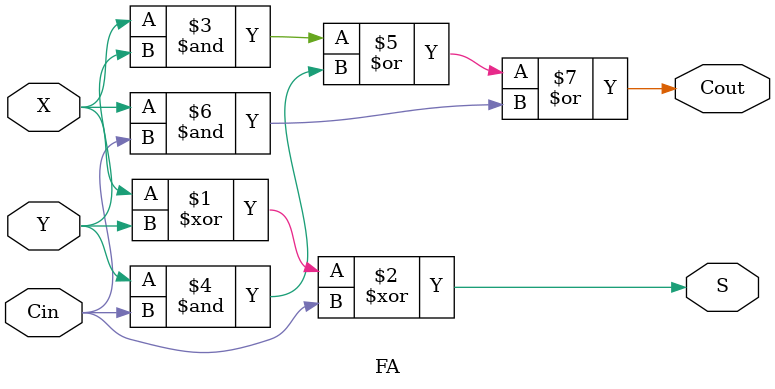
<source format=v>
module FA(Cin, X, Y, S, Cout);
	input Cin, X, Y;
	output Cout, S;
	assign S = (X ^ Y ^ Cin);
	assign Cout = ((X&Y) | (Y & Cin) | (X & Cin));
	
endmodule 
</source>
